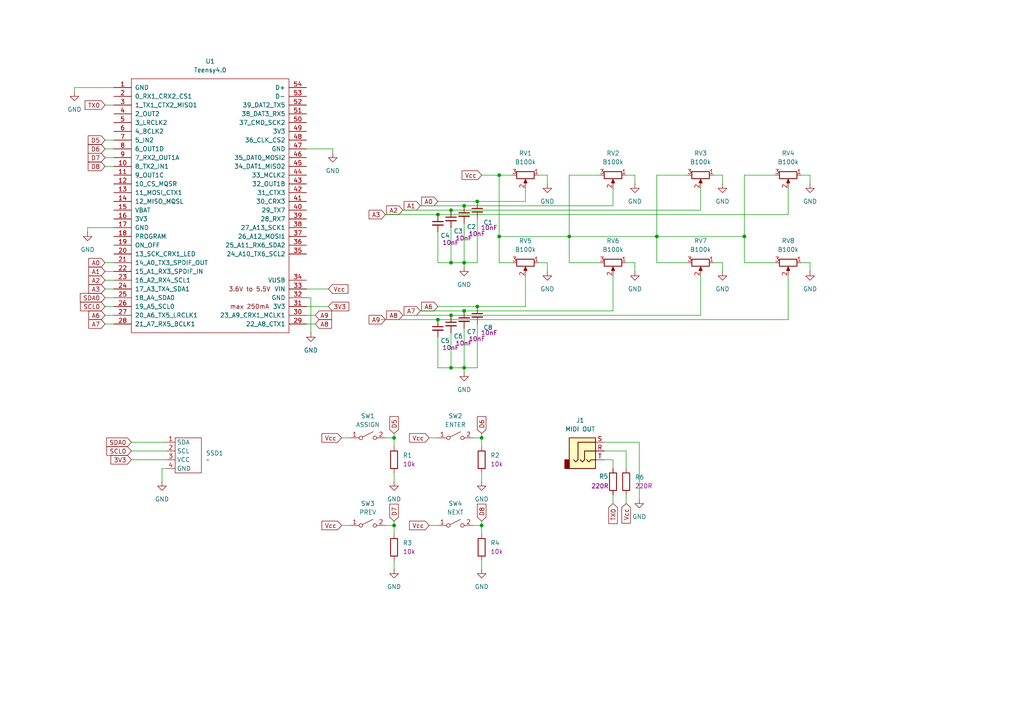
<source format=kicad_sch>
(kicad_sch (version 20250114) (generator "eeschema") (generator_version "9.0")
  (paper "A4")
  (lib_symbols
    (symbol "Connector_Audio:AudioJack3"
      (property "Reference" "J" (at 0 8.89 0))
      (property "Value" "AudioJack3" (at 0 6.35 0))
      (symbol "AudioJack3_0_1"
        (rectangle (start -5.08 -5.08) (end -6.35 -2.54) (stroke (width 0.254)) (fill (type outline)))
        (polyline (pts (xy -1.905 -2.54) (xy -1.27 -3.175) (xy -0.635 -2.54) (xy -0.635 0) (xy 2.54 0)) (stroke (width 0.254)))
        (polyline (pts (xy 0 -2.54) (xy 0.635 -3.175) (xy 1.27 -2.54) (xy 2.54 -2.54)) (stroke (width 0.254)))
        (rectangle (start 2.54 3.81) (end -5.08 -5.08) (stroke (width 0.254)) (fill (type background)))
        (polyline (pts (xy 2.54 2.54) (xy -2.54 2.54) (xy -2.54 -2.54) (xy -3.175 -3.175) (xy -3.81 -2.54)) (stroke (width 0.254)))
      )
      (symbol "AudioJack3_1_1"
        (pin passive line (at 5.08 2.54 180) (length 2.54) (name "~") (number "S"))
        (pin passive line (at 5.08 0 180) (length 2.54) (name "~") (number "R"))
        (pin passive line (at 5.08 -2.54 180) (length 2.54) (name "~") (number "T"))
      )
    )
    (symbol "Device:R_Potentiometer" (pin_names (offset 1.016) (hide yes))
      (property "Reference" "RV" (at -4.445 0 90))
      (property "Value" "R_Potentiometer" (at -2.54 0 90))
      (symbol "R_Potentiometer_0_1"
        (rectangle (start 1.016 2.54) (end -1.016 -2.54) (stroke (width 0.254)))
        (polyline (pts (xy 1.143 0) (xy 2.286 0.508) (xy 2.286 -0.508) (xy 1.143 0)) (fill (type outline)))
        (polyline (pts (xy 2.54 0) (xy 1.524 0)))
      )
      (symbol "R_Potentiometer_1_1"
        (pin passive line (at 0 3.81 270) (length 1.27) (name "1") (number "1"))
        (pin passive line (at 0 -3.81 90) (length 1.27) (name "3") (number "3"))
        (pin passive line (at 3.81 0 180) (length 1.27) (name "2") (number "2"))
      )
    )
    (symbol "PCM_4ms_Capacitor:C_Generic" (pin_numbers (hide yes)) (pin_names (offset 0.254) (hide yes))
      (property "Reference" "C" (at 1.905 1.016 0))
      (property "Display" "?F" (at 1.905 -1.27 0))
      (symbol "C_Generic_0_1"
        (polyline (pts (xy -1.524 0.508) (xy 1.524 0.508)) (stroke (width 0.3048)))
        (polyline (pts (xy -1.524 -0.508) (xy 1.524 -0.508)) (stroke (width 0.3302)))
      )
      (symbol "C_Generic_1_1"
        (pin passive line (at 0 2.54 270) (length 2.032) (name "~") (number "1"))
        (pin passive line (at 0 -2.54 90) (length 2.032) (name "~") (number "2"))
      )
    )
    (symbol "PCM_4ms_Resistor:10k_0402" (pin_numbers (hide yes)) (pin_names (offset 0))
      (property "Reference" "R" (at 2.032 0 90))
      (property "Display" "10k" (at 3.81 0 90))
      (symbol "10k_0402_0_1"
        (rectangle (start -1.016 -2.54) (end 1.016 2.54) (stroke (width 0.254)))
      )
      (symbol "10k_0402_1_1"
        (pin passive line (at 0 3.81 270) (length 1.27) (name "~") (number "1"))
        (pin passive line (at 0 -3.81 90) (length 1.27) (name "~") (number "2"))
      )
    )
    (symbol "Switch:SW_SPST" (pin_names (offset 0) (hide yes))
      (property "Reference" "SW" (at 0 3.175 0))
      (property "Value" "SW_SPST" (at 0 -2.54 0))
      (symbol "SW_SPST_0_0"
        (circle (center -2.032 0) (radius 0.508))
        (polyline (pts (xy -1.524 0.254) (xy 1.524 1.778)))
        (circle (center 2.032 0) (radius 0.508))
      )
      (symbol "SW_SPST_1_1"
        (pin passive line (at -5.08 0 0) (length 2.54) (name "A") (number "1"))
        (pin passive line (at 5.08 0 180) (length 2.54) (name "B") (number "2"))
      )
    )
    (symbol "power:GND" (power) (pin_numbers (hide yes)) (pin_names (offset 0) (hide yes))
      (property "Value" "GND" (at 0 -3.81 0))
      (symbol "GND_0_1"
        (polyline (pts (xy 0 0) (xy 0 -1.27) (xy 1.27 -1.27) (xy 0 -2.54) (xy -1.27 -1.27) (xy 0 -1.27)))
      )
      (symbol "GND_1_1"
        (pin power_in line (at 0 0 270) (length 0) (name "~") (number "1"))
      )
    )
    (symbol "ssd1306:SSD1306"
      (property "Reference" "SSD1306" (at 0 0 0))
      (symbol "SSD1306_0_1"
        (rectangle (start -1.27 -3.81) (end 6.35 -13.97))
      )
      (symbol "SSD1306_1_1"
        (pin bidirectional line (at -3.81 -5.08 0) (length 2.54) (name "SDA") (number "1"))
        (pin bidirectional line (at -3.81 -7.62 0) (length 2.54) (name "SCL") (number "2"))
        (pin power_in line (at -3.81 -10.16 0) (length 2.54) (name "VCC") (number "3"))
        (pin power_in line (at -3.81 -12.7 0) (length 2.54) (name "GND") (number "4"))
      )
    )
    (symbol "teensy:Teensy4.0" (pin_names (offset 1.016))
      (property "Reference" "U" (at 0 39.37 0))
      (property "Value" "Teensy4.0" (at 0 -39.37 0))
      (symbol "Teensy4.0_0_0"
        (text "3.6V to 5.5V" (at 11.43 -24.13 0) (effects (font (size 1.27 1.27))))
        (text "max 250mA" (at 11.43 -29.21 0) (effects (font (size 1.27 1.27))))
        (pin bidirectional line (at -27.94 24.13 0) (length 5.08) (name "3_LRCLK2") (number "5"))
        (pin bidirectional line (at -27.94 21.59 0) (length 5.08) (name "4_BCLK2") (number "6"))
        (pin bidirectional line (at -27.94 19.05 0) (length 5.08) (name "5_IN2") (number "7"))
        (pin bidirectional line (at -27.94 16.51 0) (length 5.08) (name "6_OUT1D") (number "8"))
        (pin bidirectional line (at -27.94 13.97 0) (length 5.08) (name "7_RX2_OUT1A") (number "9"))
        (pin bidirectional line (at -27.94 11.43 0) (length 5.08) (name "8_TX2_IN1") (number "10"))
        (pin bidirectional line (at -27.94 8.89 0) (length 5.08) (name "9_OUT1C") (number "11"))
        (pin bidirectional line (at -27.94 6.35 0) (length 5.08) (name "10_CS_MQSR") (number "12"))
        (pin bidirectional line (at -27.94 3.81 0) (length 5.08) (name "11_MOSI_CTX1") (number "13"))
        (pin bidirectional line (at -27.94 1.27 0) (length 5.08) (name "12_MISO_MQSL") (number "14"))
        (pin power_in line (at -27.94 -1.27 0) (length 5.08) (name "VBAT") (number "15"))
        (pin power_in line (at -27.94 -3.81 0) (length 5.08) (name "3V3") (number "16"))
        (pin power_in line (at -27.94 -6.35 0) (length 5.08) (name "GND") (number "17"))
        (pin input line (at -27.94 -8.89 0) (length 5.08) (name "PROGRAM") (number "18"))
        (pin input line (at -27.94 -11.43 0) (length 5.08) (name "ON_OFF") (number "19"))
        (pin bidirectional line (at -27.94 -13.97 0) (length 5.08) (name "13_SCK_CRX1_LED") (number "20"))
        (pin bidirectional line (at -27.94 -16.51 0) (length 5.08) (name "14_A0_TX3_SPDIF_OUT") (number "21"))
        (pin bidirectional line (at -27.94 -19.05 0) (length 5.08) (name "15_A1_RX3_SPDIF_IN") (number "22"))
        (pin bidirectional line (at -27.94 -21.59 0) (length 5.08) (name "16_A2_RX4_SCL1") (number "23"))
        (pin bidirectional line (at -27.94 -24.13 0) (length 5.08) (name "17_A3_TX4_SDA1") (number "24"))
        (pin bidirectional line (at -27.94 -26.67 0) (length 5.08) (name "18_A4_SDA0") (number "25"))
        (pin bidirectional line (at -27.94 -29.21 0) (length 5.08) (name "19_A5_SCL0") (number "26"))
        (pin bidirectional line (at -27.94 -31.75 0) (length 5.08) (name "20_A6_TX5_LRCLK1") (number "27"))
        (pin bidirectional line (at -27.94 -34.29 0) (length 5.08) (name "21_A7_RX5_BCLK1") (number "28"))
        (pin bidirectional line (at 27.94 34.29 180) (length 5.08) (name "D+") (number "54"))
        (pin bidirectional line (at 27.94 31.75 180) (length 5.08) (name "D-") (number "53"))
        (pin bidirectional line (at 27.94 29.21 180) (length 5.08) (name "39_DAT2_TX5") (number "52"))
        (pin bidirectional line (at 27.94 26.67 180) (length 5.08) (name "38_DAT3_RX5") (number "51"))
        (pin bidirectional line (at 27.94 24.13 180) (length 5.08) (name "37_CMD_SCK2") (number "50"))
        (pin power_out line (at 27.94 21.59 180) (length 5.08) (name "3V3") (number "49"))
        (pin bidirectional line (at 27.94 19.05 180) (length 5.08) (name "36_CLK_CS2") (number "48"))
        (pin power_out line (at 27.94 16.51 180) (length 5.08) (name "GND") (number "47"))
        (pin bidirectional line (at 27.94 13.97 180) (length 5.08) (name "35_DAT0_MOSI2") (number "46"))
        (pin bidirectional line (at 27.94 11.43 180) (length 5.08) (name "34_DAT1_MISO2") (number "45"))
        (pin bidirectional line (at 27.94 8.89 180) (length 5.08) (name "33_MCLK2") (number "44"))
        (pin bidirectional line (at 27.94 6.35 180) (length 5.08) (name "32_OUT1B") (number "43"))
        (pin bidirectional line (at 27.94 3.81 180) (length 5.08) (name "31_CTX3") (number "42"))
        (pin bidirectional line (at 27.94 1.27 180) (length 5.08) (name "30_CRX3") (number "41"))
        (pin bidirectional line (at 27.94 -1.27 180) (length 5.08) (name "29_TX7") (number "40"))
        (pin bidirectional line (at 27.94 -3.81 180) (length 5.08) (name "28_RX7") (number "39"))
        (pin bidirectional line (at 27.94 -6.35 180) (length 5.08) (name "27_A13_SCK1") (number "38"))
        (pin bidirectional line (at 27.94 -8.89 180) (length 5.08) (name "26_A12_MOSI1") (number "37"))
        (pin bidirectional line (at 27.94 -11.43 180) (length 5.08) (name "25_A11_RX6_SDA2") (number "36"))
        (pin bidirectional line (at 27.94 -13.97 180) (length 5.08) (name "24_A10_TX6_SCL2") (number "35"))
        (pin power_out line (at 27.94 -21.59 180) (length 5.08) (name "VUSB") (number "34"))
        (pin power_in line (at 27.94 -24.13 180) (length 5.08) (name "VIN") (number "33"))
        (pin power_in line (at 27.94 -26.67 180) (length 5.08) (name "GND") (number "32"))
        (pin power_out line (at 27.94 -29.21 180) (length 5.08) (name "3V3") (number "31"))
        (pin bidirectional line (at 27.94 -31.75 180) (length 5.08) (name "23_A9_CRX1_MCLK1") (number "30"))
        (pin bidirectional line (at 27.94 -34.29 180) (length 5.08) (name "22_A8_CTX1") (number "29"))
      )
      (symbol "Teensy4.0_0_1"
        (rectangle (start -22.86 36.83) (end 22.86 -36.83))
        (rectangle (start -20.32 -31.75) (end -20.32 -31.75))
      )
      (symbol "Teensy4.0_1_1"
        (pin power_in line (at -27.94 34.29 0) (length 5.08) (name "GND") (number "1"))
        (pin bidirectional line (at -27.94 31.75 0) (length 5.08) (name "0_RX1_CRX2_CS1") (number "2"))
        (pin bidirectional line (at -27.94 29.21 0) (length 5.08) (name "1_TX1_CTX2_MISO1") (number "3"))
        (pin bidirectional line (at -27.94 26.67 0) (length 5.08) (name "2_OUT2") (number "4"))
      )
    )
  )
  (junction (at 114.3 152.4))
  (junction (at 190.5 68.58))
  (junction (at 144.78 68.58))
  (junction (at 165.1 68.58))
  (junction (at 134.62 106.68))
  (junction (at 130.81 60.96))
  (junction (at 215.9 68.58))
  (junction (at 130.81 76.2))
  (junction (at 144.78 50.8))
  (junction (at 114.3 127))
  (junction (at 139.7 127))
  (junction (at 134.62 90.17))
  (junction (at 138.43 88.9))
  (junction (at 134.62 76.2))
  (junction (at 127 92.71))
  (junction (at 138.43 58.42))
  (junction (at 130.81 106.68))
  (junction (at 130.81 91.44))
  (junction (at 134.62 59.69))
  (junction (at 139.7 152.4))
  (junction (at 127 62.23))
  (wire (pts (xy 88.9 91.44) (xy 91.44 91.44)))
  (wire (pts (xy 134.62 64.77) (xy 134.62 76.2)))
  (wire (pts (xy 124.46 127) (xy 127 127)))
  (wire (pts (xy 116.84 60.96) (xy 130.81 60.96)))
  (wire (pts (xy 215.9 50.8) (xy 215.9 68.58)))
  (wire (pts (xy 207.01 50.8) (xy 209.55 50.8)))
  (wire (pts (xy 38.1 133.35) (xy 48.26 133.35)))
  (wire (pts (xy 199.39 50.8) (xy 190.5 50.8)))
  (wire (pts (xy 114.3 162.56) (xy 114.3 165.1)))
  (wire (pts (xy 139.7 152.4) (xy 139.7 154.94)))
  (wire (pts (xy 99.06 152.4) (xy 101.6 152.4)))
  (wire (pts (xy 134.62 107.95) (xy 134.62 106.68)))
  (wire (pts (xy 232.41 76.2) (xy 234.95 76.2)))
  (wire (pts (xy 96.52 44.45) (xy 96.52 43.18)))
  (wire (pts (xy 134.62 90.17) (xy 177.8 90.17)))
  (wire (pts (xy 38.1 130.81) (xy 48.26 130.81)))
  (wire (pts (xy 137.16 127) (xy 139.7 127)))
  (wire (pts (xy 130.81 106.68) (xy 134.62 106.68)))
  (wire (pts (xy 30.48 45.72) (xy 33.02 45.72)))
  (wire (pts (xy 138.43 58.42) (xy 152.4 58.42)))
  (wire (pts (xy 30.48 88.9) (xy 33.02 88.9)))
  (wire (pts (xy 181.61 50.8) (xy 184.15 50.8)))
  (wire (pts (xy 127 92.71) (xy 228.6 92.71)))
  (wire (pts (xy 111.76 127) (xy 114.3 127)))
  (wire (pts (xy 30.48 91.44) (xy 33.02 91.44)))
  (wire (pts (xy 234.95 53.34) (xy 234.95 50.8)))
  (wire (pts (xy 139.7 50.8) (xy 144.78 50.8)))
  (wire (pts (xy 46.99 135.89) (xy 46.99 139.7)))
  (wire (pts (xy 190.5 50.8) (xy 190.5 68.58)))
  (wire (pts (xy 138.43 88.9) (xy 152.4 88.9)))
  (wire (pts (xy 138.43 76.2) (xy 134.62 76.2)))
  (wire (pts (xy 127 106.68) (xy 130.81 106.68)))
  (wire (pts (xy 130.81 60.96) (xy 203.2 60.96)))
  (wire (pts (xy 165.1 76.2) (xy 165.1 68.58)))
  (wire (pts (xy 111.76 62.23) (xy 127 62.23)))
  (wire (pts (xy 139.7 125.73) (xy 139.7 127)))
  (wire (pts (xy 165.1 50.8) (xy 173.99 50.8)))
  (wire (pts (xy 121.92 90.17) (xy 134.62 90.17)))
  (wire (pts (xy 139.7 137.16) (xy 139.7 139.7)))
  (wire (pts (xy 30.48 48.26) (xy 33.02 48.26)))
  (wire (pts (xy 127 58.42) (xy 138.43 58.42)))
  (wire (pts (xy 185.42 128.27) (xy 185.42 144.78)))
  (wire (pts (xy 139.7 162.56) (xy 139.7 165.1)))
  (wire (pts (xy 30.48 81.28) (xy 33.02 81.28)))
  (wire (pts (xy 48.26 135.89) (xy 46.99 135.89)))
  (wire (pts (xy 38.1 128.27) (xy 48.26 128.27)))
  (wire (pts (xy 114.3 127) (xy 114.3 129.54)))
  (wire (pts (xy 121.92 59.69) (xy 134.62 59.69)))
  (wire (pts (xy 177.8 133.35) (xy 177.8 135.89)))
  (wire (pts (xy 25.4 66.04) (xy 33.02 66.04)))
  (wire (pts (xy 144.78 68.58) (xy 165.1 68.58)))
  (wire (pts (xy 148.59 76.2) (xy 144.78 76.2)))
  (wire (pts (xy 138.43 63.5) (xy 138.43 76.2)))
  (wire (pts (xy 224.79 50.8) (xy 215.9 50.8)))
  (wire (pts (xy 124.46 152.4) (xy 127 152.4)))
  (wire (pts (xy 175.26 130.81) (xy 181.61 130.81)))
  (wire (pts (xy 234.95 76.2) (xy 234.95 78.74)))
  (wire (pts (xy 30.48 40.64) (xy 33.02 40.64)))
  (wire (pts (xy 228.6 54.61) (xy 228.6 62.23)))
  (wire (pts (xy 130.81 76.2) (xy 134.62 76.2)))
  (wire (pts (xy 116.84 91.44) (xy 130.81 91.44)))
  (wire (pts (xy 21.59 25.4) (xy 33.02 25.4)))
  (wire (pts (xy 114.3 125.73) (xy 114.3 127)))
  (wire (pts (xy 30.48 86.36) (xy 33.02 86.36)))
  (wire (pts (xy 207.01 76.2) (xy 209.55 76.2)))
  (wire (pts (xy 203.2 91.44) (xy 203.2 80.01)))
  (wire (pts (xy 181.61 76.2) (xy 184.15 76.2)))
  (wire (pts (xy 138.43 106.68) (xy 134.62 106.68)))
  (wire (pts (xy 130.81 91.44) (xy 203.2 91.44)))
  (wire (pts (xy 110.49 92.71) (xy 127 92.71)))
  (wire (pts (xy 156.21 50.8) (xy 158.75 50.8)))
  (wire (pts (xy 30.48 43.18) (xy 33.02 43.18)))
  (wire (pts (xy 165.1 68.58) (xy 190.5 68.58)))
  (wire (pts (xy 181.61 130.81) (xy 181.61 135.89)))
  (wire (pts (xy 134.62 95.25) (xy 134.62 106.68)))
  (wire (pts (xy 137.16 152.4) (xy 139.7 152.4)))
  (wire (pts (xy 114.3 152.4) (xy 114.3 154.94)))
  (wire (pts (xy 134.62 59.69) (xy 177.8 59.69)))
  (wire (pts (xy 234.95 50.8) (xy 232.41 50.8)))
  (wire (pts (xy 152.4 58.42) (xy 152.4 54.61)))
  (wire (pts (xy 181.61 143.51) (xy 181.61 146.05)))
  (wire (pts (xy 177.8 59.69) (xy 177.8 54.61)))
  (wire (pts (xy 165.1 50.8) (xy 165.1 68.58)))
  (wire (pts (xy 127 67.31) (xy 127 76.2)))
  (wire (pts (xy 130.81 96.52) (xy 130.81 106.68)))
  (wire (pts (xy 175.26 133.35) (xy 177.8 133.35)))
  (wire (pts (xy 158.75 50.8) (xy 158.75 53.34)))
  (wire (pts (xy 99.06 127) (xy 101.6 127)))
  (wire (pts (xy 88.9 93.98) (xy 91.44 93.98)))
  (wire (pts (xy 138.43 93.98) (xy 138.43 106.68)))
  (wire (pts (xy 127 97.79) (xy 127 106.68)))
  (wire (pts (xy 228.6 92.71) (xy 228.6 80.01)))
  (wire (pts (xy 156.21 76.2) (xy 158.75 76.2)))
  (wire (pts (xy 90.17 86.36) (xy 90.17 96.52)))
  (wire (pts (xy 139.7 151.13) (xy 139.7 152.4)))
  (wire (pts (xy 30.48 83.82) (xy 33.02 83.82)))
  (wire (pts (xy 175.26 128.27) (xy 185.42 128.27)))
  (wire (pts (xy 111.76 152.4) (xy 114.3 152.4)))
  (wire (pts (xy 134.62 77.47) (xy 134.62 76.2)))
  (wire (pts (xy 158.75 76.2) (xy 158.75 78.74)))
  (wire (pts (xy 184.15 50.8) (xy 184.15 53.34)))
  (wire (pts (xy 209.55 76.2) (xy 209.55 78.74)))
  (wire (pts (xy 144.78 50.8) (xy 148.59 50.8)))
  (wire (pts (xy 127 76.2) (xy 130.81 76.2)))
  (wire (pts (xy 25.4 67.31) (xy 25.4 66.04)))
  (wire (pts (xy 177.8 143.51) (xy 177.8 146.05)))
  (wire (pts (xy 209.55 50.8) (xy 209.55 53.34)))
  (wire (pts (xy 114.3 151.13) (xy 114.3 152.4)))
  (wire (pts (xy 88.9 86.36) (xy 90.17 86.36)))
  (wire (pts (xy 139.7 127) (xy 139.7 129.54)))
  (wire (pts (xy 30.48 93.98) (xy 33.02 93.98)))
  (wire (pts (xy 144.78 68.58) (xy 144.78 76.2)))
  (wire (pts (xy 190.5 68.58) (xy 215.9 68.58)))
  (wire (pts (xy 127 62.23) (xy 228.6 62.23)))
  (wire (pts (xy 190.5 76.2) (xy 190.5 68.58)))
  (wire (pts (xy 173.99 76.2) (xy 165.1 76.2)))
  (wire (pts (xy 88.9 88.9) (xy 95.25 88.9)))
  (wire (pts (xy 114.3 137.16) (xy 114.3 139.7)))
  (wire (pts (xy 96.52 43.18) (xy 88.9 43.18)))
  (wire (pts (xy 184.15 76.2) (xy 184.15 78.74)))
  (wire (pts (xy 21.59 26.67) (xy 21.59 25.4)))
  (wire (pts (xy 30.48 76.2) (xy 33.02 76.2)))
  (wire (pts (xy 127 88.9) (xy 138.43 88.9)))
  (wire (pts (xy 199.39 76.2) (xy 190.5 76.2)))
  (wire (pts (xy 30.48 30.48) (xy 33.02 30.48)))
  (wire (pts (xy 30.48 78.74) (xy 33.02 78.74)))
  (wire (pts (xy 203.2 60.96) (xy 203.2 54.61)))
  (wire (pts (xy 215.9 76.2) (xy 215.9 68.58)))
  (wire (pts (xy 130.81 66.04) (xy 130.81 76.2)))
  (wire (pts (xy 177.8 90.17) (xy 177.8 80.01)))
  (wire (pts (xy 224.79 76.2) (xy 215.9 76.2)))
  (wire (pts (xy 152.4 88.9) (xy 152.4 80.01)))
  (wire (pts (xy 88.9 83.82) (xy 95.25 83.82)))
  (wire (pts (xy 144.78 50.8) (xy 144.78 68.58)))
  (global_label "D8" (shape input) (at 30.48 48.26 180) (property "Intersheetrefs" "${INTERSHEET_REFS}" (effects (hide yes))))
  (global_label "SCL0" (shape input) (at 30.48 88.9 180) (property "Intersheetrefs" "${INTERSHEET_REFS}" (effects (hide yes))))
  (global_label "A2" (shape input) (at 30.48 81.28 180) (property "Intersheetrefs" "${INTERSHEET_REFS}" (effects (hide yes))))
  (global_label "A1" (shape input) (at 121.92 59.69 180) (property "Intersheetrefs" "${INTERSHEET_REFS}" (effects (hide yes))))
  (global_label "A9" (shape input) (at 111.76 92.71 180) (property "Intersheetrefs" "${INTERSHEET_REFS}" (effects (hide yes))))
  (global_label "SDA0" (shape input) (at 30.48 86.36 180) (property "Intersheetrefs" "${INTERSHEET_REFS}" (effects (hide yes))))
  (global_label "Vcc" (shape input) (at 139.7 50.8 180) (property "Intersheetrefs" "${INTERSHEET_REFS}" (effects (hide yes))))
  (global_label "Vcc" (shape input) (at 181.61 146.05 270) (property "Intersheetrefs" "${INTERSHEET_REFS}" (effects (hide yes))))
  (global_label "A0" (shape input) (at 127 58.42 180) (property "Intersheetrefs" "${INTERSHEET_REFS}" (effects (hide yes))))
  (global_label "D8" (shape input) (at 139.7 151.13 90) (property "Intersheetrefs" "${INTERSHEET_REFS}" (effects (hide yes))))
  (global_label "Vcc" (shape input) (at 124.46 127 180) (property "Intersheetrefs" "${INTERSHEET_REFS}" (effects (hide yes))))
  (global_label "D5" (shape input) (at 114.3 125.73 90) (property "Intersheetrefs" "${INTERSHEET_REFS}" (effects (hide yes))))
  (global_label "A9" (shape input) (at 91.44 91.44 0) (property "Intersheetrefs" "${INTERSHEET_REFS}" (effects (hide yes))))
  (global_label "Vcc" (shape input) (at 99.06 152.4 180) (property "Intersheetrefs" "${INTERSHEET_REFS}" (effects (hide yes))))
  (global_label "A7" (shape input) (at 30.48 93.98 180) (property "Intersheetrefs" "${INTERSHEET_REFS}" (effects (hide yes))))
  (global_label "A3" (shape input) (at 111.76 62.23 180) (property "Intersheetrefs" "${INTERSHEET_REFS}" (effects (hide yes))))
  (global_label "A8" (shape input) (at 91.44 93.98 0) (property "Intersheetrefs" "${INTERSHEET_REFS}" (effects (hide yes))))
  (global_label "A2" (shape input) (at 116.84 60.96 180) (property "Intersheetrefs" "${INTERSHEET_REFS}" (effects (hide yes))))
  (global_label "A6" (shape input) (at 127 88.9 180) (property "Intersheetrefs" "${INTERSHEET_REFS}" (effects (hide yes))))
  (global_label "SDA0" (shape input) (at 38.1 128.27 180) (property "Intersheetrefs" "${INTERSHEET_REFS}" (effects (hide yes))))
  (global_label "D7" (shape input) (at 30.48 45.72 180) (property "Intersheetrefs" "${INTERSHEET_REFS}" (effects (hide yes))))
  (global_label "A0" (shape input) (at 30.48 76.2 180) (property "Intersheetrefs" "${INTERSHEET_REFS}" (effects (hide yes))))
  (global_label "D6" (shape input) (at 30.48 43.18 180) (property "Intersheetrefs" "${INTERSHEET_REFS}" (effects (hide yes))))
  (global_label "D6" (shape input) (at 139.7 125.73 90) (property "Intersheetrefs" "${INTERSHEET_REFS}" (effects (hide yes))))
  (global_label "D5" (shape input) (at 30.48 40.64 180) (property "Intersheetrefs" "${INTERSHEET_REFS}" (effects (hide yes))))
  (global_label "A1" (shape input) (at 30.48 78.74 180) (property "Intersheetrefs" "${INTERSHEET_REFS}" (effects (hide yes))))
  (global_label "A7" (shape input) (at 121.92 90.17 180) (property "Intersheetrefs" "${INTERSHEET_REFS}" (effects (hide yes))))
  (global_label "A3" (shape input) (at 30.48 83.82 180) (property "Intersheetrefs" "${INTERSHEET_REFS}" (effects (hide yes))))
  (global_label "Vcc" (shape input) (at 124.46 152.4 180) (property "Intersheetrefs" "${INTERSHEET_REFS}" (effects (hide yes))))
  (global_label "TX0" (shape input) (at 30.48 30.48 180) (property "Intersheetrefs" "${INTERSHEET_REFS}" (effects (hide yes))))
  (global_label "A6" (shape input) (at 30.48 91.44 180) (property "Intersheetrefs" "${INTERSHEET_REFS}" (effects (hide yes))))
  (global_label "TX0" (shape input) (at 177.8 146.05 270) (property "Intersheetrefs" "${INTERSHEET_REFS}" (effects (hide yes))))
  (global_label "Vcc" (shape input) (at 95.25 83.82 0) (property "Intersheetrefs" "${INTERSHEET_REFS}" (effects (hide yes))))
  (global_label "D7" (shape input) (at 114.3 151.13 90) (property "Intersheetrefs" "${INTERSHEET_REFS}" (effects (hide yes))))
  (global_label "3V3" (shape input) (at 38.1 133.35 180) (property "Intersheetrefs" "${INTERSHEET_REFS}" (effects (hide yes))))
  (global_label "3V3" (shape input) (at 95.25 88.9 0) (property "Intersheetrefs" "${INTERSHEET_REFS}" (effects (hide yes))))
  (global_label "Vcc" (shape input) (at 99.06 127 180) (property "Intersheetrefs" "${INTERSHEET_REFS}" (effects (hide yes))))
  (global_label "A8" (shape input) (at 116.84 91.44 180) (property "Intersheetrefs" "${INTERSHEET_REFS}" (effects (hide yes))))
  (global_label "SCL0" (shape input) (at 38.1 130.81 180) (property "Intersheetrefs" "${INTERSHEET_REFS}" (effects (hide yes))))
  (symbol (lib_id "power:GND") (at 139.7 139.7 0) (unit 1)
    (property "Reference" "#PWR015" (effects (hide yes)))
    (property "Value" "GND" (at 139.7 144.78 0))
    (property "Description" "Power symbol creates a global label with name \"GND\" , ground" (effects (hide yes)))
  )
  (symbol (lib_id "PCM_4ms_Capacitor:C_Generic") (at 127 95.25 0) (unit 1)
    (property "Reference" "C5" (at 127.762 98.806 0) (effects (justify left)))
    (property "Value" "C_Generic" (effects (hide yes)))
    (property "Footprint" "Capacitor_THT:C_Axial_L3.8mm_D2.6mm_P7.50mm_Horizontal" (effects (hide yes)))
    (property "Display" "10nF" (at 128.27 100.838 0) (effects (justify left)))
  )
  (symbol (lib_id "power:GND") (at 114.3 139.7 0) (unit 1)
    (property "Reference" "#PWR014" (effects (hide yes)))
    (property "Value" "GND" (at 114.3 144.78 0))
    (property "Description" "Power symbol creates a global label with name \"GND\" , ground" (effects (hide yes)))
  )
  (symbol (lib_id "Switch:SW_SPST") (at 106.68 127 0) (unit 1)
    (property "Reference" "SW1" (at 106.68 120.65 0))
    (property "Value" "ASSIGN" (at 106.68 123.19 0))
    (property "Footprint" "Button_Switch_Keyboard:SW_Cherry_MX_1.00u_PCB" (effects (hide yes)))
    (property "Description" "Single Pole Single Throw (SPST) switch" (effects (hide yes)))
  )
  (symbol (lib_id "power:GND") (at 21.59 26.67 0) (unit 1)
    (property "Reference" "#PWR03" (effects (hide yes)))
    (property "Value" "GND" (at 21.59 31.75 0))
    (property "Description" "Power symbol creates a global label with name \"GND\" , ground" (effects (hide yes)))
  )
  (symbol (lib_id "power:GND") (at 96.52 44.45 0) (unit 1)
    (property "Reference" "#PWR019" (effects (hide yes)))
    (property "Value" "GND" (at 96.52 49.53 0))
    (property "Description" "Power symbol creates a global label with name \"GND\" , ground" (effects (hide yes)))
  )
  (symbol (lib_id "teensy:Teensy4.0") (at 60.96 59.69 0) (unit 1)
    (property "Reference" "U1" (at 60.96 17.78 0))
    (property "Value" "Teensy4.0" (at 60.96 20.32 0))
    (property "Footprint" "teensy:Teensy40" (effects (hide yes)))
  )
  (symbol (lib_id "PCM_4ms_Resistor:10k_0402") (at 114.3 158.75 0) (unit 1)
    (property "Reference" "R3" (at 116.84 157.4799 0) (effects (justify left)))
    (property "Value" "10k_0402" (effects (hide yes)))
    (property "Footprint" "PCM_4ms_Resistor:R_Axial_DIN0207_L6.3mm_D2.5mm_P7.62mm_Horizontal" (effects (hide yes)))
    (property "Description" "10k, 1%, 1/16W, 0603" (effects (hide yes)))
    (property "Specifications" "10k, 1%, 1/10W, 0402" (effects (hide yes)))
    (property "Manufacturer" "Yageo" (effects (hide yes)))
    (property "Part Number" "RT0402FRE0710KL" (effects (hide yes)))
    (property "Display" "10k" (at 116.84 160.0199 0) (effects (justify left)))
    (property "Manufacturer 2" "Yageo" (effects (hide yes)))
    (property "Part Number 2" "RT0402DRE0710KL" (effects (hide yes)))
  )
  (symbol (lib_id "Device:R_Potentiometer") (at 152.4 76.2 270) (unit 1)
    (property "Reference" "RV5" (at 152.4 69.85 90))
    (property "Value" "B100k" (at 152.4 72.39 90))
    (property "Footprint" "DIYSynthMNL:Potentiometer_RV09_BigPads" (effects (hide yes)))
    (property "Description" "Potentiometer" (effects (hide yes)))
  )
  (symbol (lib_id "PCM_4ms_Capacitor:C_Generic") (at 127 64.77 0) (unit 1)
    (property "Reference" "C4" (at 127.762 68.326 0) (effects (justify left)))
    (property "Value" "C_Generic" (effects (hide yes)))
    (property "Footprint" "Capacitor_THT:C_Axial_L3.8mm_D2.6mm_P7.50mm_Horizontal" (effects (hide yes)))
    (property "Display" "10nF" (at 128.27 70.358 0) (effects (justify left)))
  )
  (symbol (lib_id "power:GND") (at 158.75 78.74 0) (unit 1)
    (property "Reference" "#PWR08" (effects (hide yes)))
    (property "Value" "GND" (at 158.75 83.82 0))
    (property "Description" "Power symbol creates a global label with name \"GND\" , ground" (effects (hide yes)))
  )
  (symbol (lib_id "Device:R_Potentiometer") (at 177.8 76.2 270) (unit 1)
    (property "Reference" "RV6" (at 177.8 69.85 90))
    (property "Value" "B100k" (at 177.8 72.39 90))
    (property "Footprint" "DIYSynthMNL:Potentiometer_RV09_BigPads" (effects (hide yes)))
    (property "Description" "Potentiometer" (effects (hide yes)))
  )
  (symbol (lib_id "PCM_4ms_Capacitor:C_Generic") (at 134.62 62.23 0) (unit 1)
    (property "Reference" "C2" (at 135.382 65.786 0) (effects (justify left)))
    (property "Value" "C_Generic" (effects (hide yes)))
    (property "Footprint" "Capacitor_THT:C_Axial_L3.8mm_D2.6mm_P7.50mm_Horizontal" (effects (hide yes)))
    (property "Display" "10nF" (at 135.89 67.818 0) (effects (justify left)))
  )
  (symbol (lib_id "power:GND") (at 139.7 165.1 0) (unit 1)
    (property "Reference" "#PWR016" (effects (hide yes)))
    (property "Value" "GND" (at 139.7 170.18 0))
    (property "Description" "Power symbol creates a global label with name \"GND\" , ground" (effects (hide yes)))
  )
  (symbol (lib_id "power:GND") (at 134.62 107.95 0) (unit 1)
    (property "Reference" "#PWR013" (effects (hide yes)))
    (property "Value" "GND" (at 134.62 113.03 0))
    (property "Description" "Power symbol creates a global label with name \"GND\" , ground" (effects (hide yes)))
  )
  (symbol (lib_id "Device:R_Potentiometer") (at 152.4 50.8 270) (unit 1)
    (property "Reference" "RV1" (at 152.4 44.45 90))
    (property "Value" "B100k" (at 152.4 46.99 90))
    (property "Footprint" "DIYSynthMNL:Potentiometer_RV09_BigPads" (effects (hide yes)))
    (property "Description" "Potentiometer" (effects (hide yes)))
  )
  (symbol (lib_id "Switch:SW_SPST") (at 106.68 152.4 0) (unit 1)
    (property "Reference" "SW3" (at 106.68 146.05 0))
    (property "Value" "PREV" (at 106.68 148.59 0))
    (property "Footprint" "Button_Switch_Keyboard:SW_Cherry_MX_1.00u_PCB" (effects (hide yes)))
    (property "Description" "Single Pole Single Throw (SPST) switch" (effects (hide yes)))
  )
  (symbol (lib_id "Connector_Audio:AudioJack3") (at 170.18 130.81 0) (unit 1)
    (property "Reference" "J1" (at 168.275 121.92 0))
    (property "Value" "MIDI OUT" (at 168.275 124.46 0))
    (property "Footprint" "audioConnectors_Edit:Jack_3.5mm_CUI_SJ1-3525N_Horizontal_edit" (effects (hide yes)))
    (property "Description" "Audio Jack, 3 Poles (Stereo / TRS)" (effects (hide yes)))
  )
  (symbol (lib_id "PCM_4ms_Resistor:10k_0402") (at 177.8 139.7 180) (unit 1)
    (property "Reference" "R5" (at 173.736 138.176 0) (effects (justify right)))
    (property "Value" "10k_0402" (effects (hide yes)))
    (property "Footprint" "PCM_4ms_Resistor:R_Axial_DIN0207_L6.3mm_D2.5mm_P7.62mm_Horizontal" (effects (hide yes)))
    (property "Description" "10k, 1%, 1/16W, 0603" (effects (hide yes)))
    (property "Specifications" "10k, 1%, 1/10W, 0402" (effects (hide yes)))
    (property "Manufacturer" "Yageo" (effects (hide yes)))
    (property "Part Number" "RT0402FRE0710KL" (effects (hide yes)))
    (property "Display" "220R" (at 171.45 140.97 0) (effects (justify right)))
    (property "Manufacturer 2" "Yageo" (effects (hide yes)))
    (property "Part Number 2" "RT0402DRE0710KL" (effects (hide yes)))
  )
  (symbol (lib_id "power:GND") (at 185.42 144.78 0) (unit 1)
    (property "Reference" "#PWR020" (effects (hide yes)))
    (property "Value" "GND" (at 185.42 149.86 0))
    (property "Description" "Power symbol creates a global label with name \"GND\" , ground" (effects (hide yes)))
  )
  (symbol (lib_id "PCM_4ms_Resistor:10k_0402") (at 114.3 133.35 0) (unit 1)
    (property "Reference" "R1" (at 116.84 132.0799 0) (effects (justify left)))
    (property "Value" "10k_0402" (effects (hide yes)))
    (property "Footprint" "PCM_4ms_Resistor:R_Axial_DIN0207_L6.3mm_D2.5mm_P7.62mm_Horizontal" (effects (hide yes)))
    (property "Description" "10k, 1%, 1/16W, 0603" (effects (hide yes)))
    (property "Specifications" "10k, 1%, 1/10W, 0402" (effects (hide yes)))
    (property "Manufacturer" "Yageo" (effects (hide yes)))
    (property "Part Number" "RT0402FRE0710KL" (effects (hide yes)))
    (property "Display" "10k" (at 116.84 134.6199 0) (effects (justify left)))
    (property "Manufacturer 2" "Yageo" (effects (hide yes)))
    (property "Part Number 2" "RT0402DRE0710KL" (effects (hide yes)))
  )
  (symbol (lib_id "power:GND") (at 25.4 67.31 0) (unit 1)
    (property "Reference" "#PWR02" (effects (hide yes)))
    (property "Value" "GND" (at 25.4 72.39 0))
    (property "Description" "Power symbol creates a global label with name \"GND\" , ground" (effects (hide yes)))
  )
  (symbol (lib_id "power:GND") (at 184.15 53.34 0) (unit 1)
    (property "Reference" "#PWR05" (effects (hide yes)))
    (property "Value" "GND" (at 184.15 58.42 0))
    (property "Description" "Power symbol creates a global label with name \"GND\" , ground" (effects (hide yes)))
  )
  (symbol (lib_id "PCM_4ms_Resistor:10k_0402") (at 139.7 158.75 0) (unit 1)
    (property "Reference" "R4" (at 142.24 157.4799 0) (effects (justify left)))
    (property "Value" "10k_0402" (effects (hide yes)))
    (property "Footprint" "PCM_4ms_Resistor:R_Axial_DIN0207_L6.3mm_D2.5mm_P7.62mm_Horizontal" (effects (hide yes)))
    (property "Description" "10k, 1%, 1/16W, 0603" (effects (hide yes)))
    (property "Specifications" "10k, 1%, 1/10W, 0402" (effects (hide yes)))
    (property "Manufacturer" "Yageo" (effects (hide yes)))
    (property "Part Number" "RT0402FRE0710KL" (effects (hide yes)))
    (property "Display" "10k" (at 142.24 160.0199 0) (effects (justify left)))
    (property "Manufacturer 2" "Yageo" (effects (hide yes)))
    (property "Part Number 2" "RT0402DRE0710KL" (effects (hide yes)))
  )
  (symbol (lib_id "PCM_4ms_Capacitor:C_Generic") (at 130.81 93.98 0) (unit 1)
    (property "Reference" "C6" (at 131.572 97.536 0) (effects (justify left)))
    (property "Value" "C_Generic" (effects (hide yes)))
    (property "Footprint" "Capacitor_THT:C_Axial_L3.8mm_D2.6mm_P7.50mm_Horizontal" (effects (hide yes)))
    (property "Display" "10nF" (at 132.08 99.568 0) (effects (justify left)))
  )
  (symbol (lib_id "power:GND") (at 184.15 78.74 0) (unit 1)
    (property "Reference" "#PWR09" (effects (hide yes)))
    (property "Value" "GND" (at 184.15 83.82 0))
    (property "Description" "Power symbol creates a global label with name \"GND\" , ground" (effects (hide yes)))
  )
  (symbol (lib_id "power:GND") (at 114.3 165.1 0) (unit 1)
    (property "Reference" "#PWR017" (effects (hide yes)))
    (property "Value" "GND" (at 114.3 170.18 0))
    (property "Description" "Power symbol creates a global label with name \"GND\" , ground" (effects (hide yes)))
  )
  (symbol (lib_id "PCM_4ms_Capacitor:C_Generic") (at 138.43 91.44 0) (unit 1)
    (property "Reference" "C8" (at 140.208 94.996 0) (effects (justify left)))
    (property "Value" "C_Generic" (effects (hide yes)))
    (property "Footprint" "Capacitor_THT:C_Axial_L3.8mm_D2.6mm_P7.50mm_Horizontal" (effects (hide yes)))
    (property "Display" "10nF" (at 139.446 96.52 0) (effects (justify left)))
  )
  (symbol (lib_id "ssd1306:SSD1306") (at 52.07 123.19 0) (unit 1)
    (property "Reference" "SSD1" (at 59.69 131.4449 0) (effects (justify left)))
    (property "Value" "~" (at 59.69 133.35 0) (effects (justify left)))
    (property "Footprint" "SSD1306_footprint:SSD1306_OLED_Module" (effects (hide yes)))
  )
  (symbol (lib_id "Device:R_Potentiometer") (at 203.2 76.2 270) (unit 1)
    (property "Reference" "RV7" (at 203.2 69.85 90))
    (property "Value" "B100k" (at 203.2 72.39 90))
    (property "Footprint" "DIYSynthMNL:Potentiometer_RV09_BigPads" (effects (hide yes)))
    (property "Description" "Potentiometer" (effects (hide yes)))
  )
  (symbol (lib_id "power:GND") (at 234.95 78.74 0) (unit 1)
    (property "Reference" "#PWR011" (effects (hide yes)))
    (property "Value" "GND" (at 234.95 83.82 0))
    (property "Description" "Power symbol creates a global label with name \"GND\" , ground" (effects (hide yes)))
  )
  (symbol (lib_id "power:GND") (at 209.55 78.74 0) (unit 1)
    (property "Reference" "#PWR010" (effects (hide yes)))
    (property "Value" "GND" (at 209.55 83.82 0))
    (property "Description" "Power symbol creates a global label with name \"GND\" , ground" (effects (hide yes)))
  )
  (symbol (lib_id "PCM_4ms_Capacitor:C_Generic") (at 130.81 63.5 0) (unit 1)
    (property "Reference" "C3" (at 131.572 67.056 0) (effects (justify left)))
    (property "Value" "C_Generic" (effects (hide yes)))
    (property "Footprint" "Capacitor_THT:C_Axial_L3.8mm_D2.6mm_P7.50mm_Horizontal" (effects (hide yes)))
    (property "Display" "10nF" (at 132.08 69.088 0) (effects (justify left)))
  )
  (symbol (lib_id "power:GND") (at 158.75 53.34 0) (unit 1)
    (property "Reference" "#PWR04" (effects (hide yes)))
    (property "Value" "GND" (at 158.75 58.42 0))
    (property "Description" "Power symbol creates a global label with name \"GND\" , ground" (effects (hide yes)))
  )
  (symbol (lib_id "Switch:SW_SPST") (at 132.08 152.4 0) (unit 1)
    (property "Reference" "SW4" (at 132.08 146.05 0))
    (property "Value" "NEXT" (at 132.08 148.59 0))
    (property "Footprint" "Button_Switch_Keyboard:SW_Cherry_MX_1.00u_PCB" (effects (hide yes)))
    (property "Description" "Single Pole Single Throw (SPST) switch" (effects (hide yes)))
  )
  (symbol (lib_id "power:GND") (at 234.95 53.34 0) (unit 1)
    (property "Reference" "#PWR07" (effects (hide yes)))
    (property "Value" "GND" (at 234.95 58.42 0))
    (property "Description" "Power symbol creates a global label with name \"GND\" , ground" (effects (hide yes)))
  )
  (symbol (lib_id "PCM_4ms_Capacitor:C_Generic") (at 134.62 92.71 0) (unit 1)
    (property "Reference" "C7" (at 135.382 96.266 0) (effects (justify left)))
    (property "Value" "C_Generic" (effects (hide yes)))
    (property "Footprint" "Capacitor_THT:C_Axial_L3.8mm_D2.6mm_P7.50mm_Horizontal" (effects (hide yes)))
    (property "Display" "10nF" (at 135.89 98.298 0) (effects (justify left)))
  )
  (symbol (lib_id "Device:R_Potentiometer") (at 228.6 76.2 270) (unit 1)
    (property "Reference" "RV8" (at 228.6 69.85 90))
    (property "Value" "B100k" (at 228.6 72.39 90))
    (property "Footprint" "DIYSynthMNL:Potentiometer_RV09_BigPads" (effects (hide yes)))
    (property "Description" "Potentiometer" (effects (hide yes)))
  )
  (symbol (lib_id "Device:R_Potentiometer") (at 203.2 50.8 270) (unit 1)
    (property "Reference" "RV3" (at 203.2 44.45 90))
    (property "Value" "B100k" (at 203.2 46.99 90))
    (property "Footprint" "DIYSynthMNL:Potentiometer_RV09_BigPads" (effects (hide yes)))
    (property "Description" "Potentiometer" (effects (hide yes)))
  )
  (symbol (lib_id "power:GND") (at 90.17 96.52 0) (unit 1)
    (property "Reference" "#PWR018" (effects (hide yes)))
    (property "Value" "GND" (at 90.17 101.6 0))
    (property "Description" "Power symbol creates a global label with name \"GND\" , ground" (effects (hide yes)))
  )
  (symbol (lib_id "Switch:SW_SPST") (at 132.08 127 0) (unit 1)
    (property "Reference" "SW2" (at 132.08 120.65 0))
    (property "Value" "ENTER" (at 132.08 123.19 0))
    (property "Footprint" "Button_Switch_Keyboard:SW_Cherry_MX_1.00u_PCB" (effects (hide yes)))
    (property "Description" "Single Pole Single Throw (SPST) switch" (effects (hide yes)))
  )
  (symbol (lib_id "PCM_4ms_Resistor:10k_0402") (at 181.61 139.7 180) (unit 1)
    (property "Reference" "R6" (at 184.15 138.4299 0) (effects (justify right)))
    (property "Value" "10k_0402" (effects (hide yes)))
    (property "Footprint" "PCM_4ms_Resistor:R_Axial_DIN0207_L6.3mm_D2.5mm_P7.62mm_Horizontal" (effects (hide yes)))
    (property "Description" "10k, 1%, 1/16W, 0603" (effects (hide yes)))
    (property "Specifications" "10k, 1%, 1/10W, 0402" (effects (hide yes)))
    (property "Manufacturer" "Yageo" (effects (hide yes)))
    (property "Part Number" "RT0402FRE0710KL" (effects (hide yes)))
    (property "Display" "220R" (at 184.15 140.9699 0) (effects (justify right)))
    (property "Manufacturer 2" "Yageo" (effects (hide yes)))
    (property "Part Number 2" "RT0402DRE0710KL" (effects (hide yes)))
  )
  (symbol (lib_id "power:GND") (at 209.55 53.34 0) (unit 1)
    (property "Reference" "#PWR06" (effects (hide yes)))
    (property "Value" "GND" (at 209.55 58.42 0))
    (property "Description" "Power symbol creates a global label with name \"GND\" , ground" (effects (hide yes)))
  )
  (symbol (lib_id "PCM_4ms_Capacitor:C_Generic") (at 138.43 60.96 0) (unit 1)
    (property "Reference" "C1" (at 140.208 64.516 0) (effects (justify left)))
    (property "Value" "C_Generic" (effects (hide yes)))
    (property "Footprint" "Capacitor_THT:C_Axial_L3.8mm_D2.6mm_P7.50mm_Horizontal" (effects (hide yes)))
    (property "Display" "10nF" (at 139.446 66.04 0) (effects (justify left)))
  )
  (symbol (lib_id "Device:R_Potentiometer") (at 177.8 50.8 270) (unit 1)
    (property "Reference" "RV2" (at 177.8 44.45 90))
    (property "Value" "B100k" (at 177.8 46.99 90))
    (property "Footprint" "DIYSynthMNL:Potentiometer_RV09_BigPads" (effects (hide yes)))
    (property "Description" "Potentiometer" (effects (hide yes)))
  )
  (symbol (lib_id "Device:R_Potentiometer") (at 228.6 50.8 270) (unit 1)
    (property "Reference" "RV4" (at 228.6 44.45 90))
    (property "Value" "B100k" (at 228.6 46.99 90))
    (property "Footprint" "DIYSynthMNL:Potentiometer_RV09_BigPads" (effects (hide yes)))
    (property "Description" "Potentiometer" (effects (hide yes)))
  )
  (symbol (lib_id "PCM_4ms_Resistor:10k_0402") (at 139.7 133.35 0) (unit 1)
    (property "Reference" "R2" (at 142.24 132.0799 0) (effects (justify left)))
    (property "Value" "10k_0402" (effects (hide yes)))
    (property "Footprint" "PCM_4ms_Resistor:R_Axial_DIN0207_L6.3mm_D2.5mm_P7.62mm_Horizontal" (effects (hide yes)))
    (property "Description" "10k, 1%, 1/16W, 0603" (effects (hide yes)))
    (property "Specifications" "10k, 1%, 1/10W, 0402" (effects (hide yes)))
    (property "Manufacturer" "Yageo" (effects (hide yes)))
    (property "Part Number" "RT0402FRE0710KL" (effects (hide yes)))
    (property "Display" "10k" (at 142.24 134.6199 0) (effects (justify left)))
    (property "Manufacturer 2" "Yageo" (effects (hide yes)))
    (property "Part Number 2" "RT0402DRE0710KL" (effects (hide yes)))
  )
  (symbol (lib_id "power:GND") (at 46.99 139.7 0) (unit 1)
    (property "Reference" "#PWR01" (effects (hide yes)))
    (property "Value" "GND" (at 46.99 144.78 0))
    (property "Description" "Power symbol creates a global label with name \"GND\" , ground" (effects (hide yes)))
  )
  (symbol (lib_id "power:GND") (at 134.62 77.47 0) (unit 1)
    (property "Reference" "#PWR012" (effects (hide yes)))
    (property "Value" "GND" (at 134.62 82.55 0))
    (property "Description" "Power symbol creates a global label with name \"GND\" , ground" (effects (hide yes)))
  )
)
</source>
